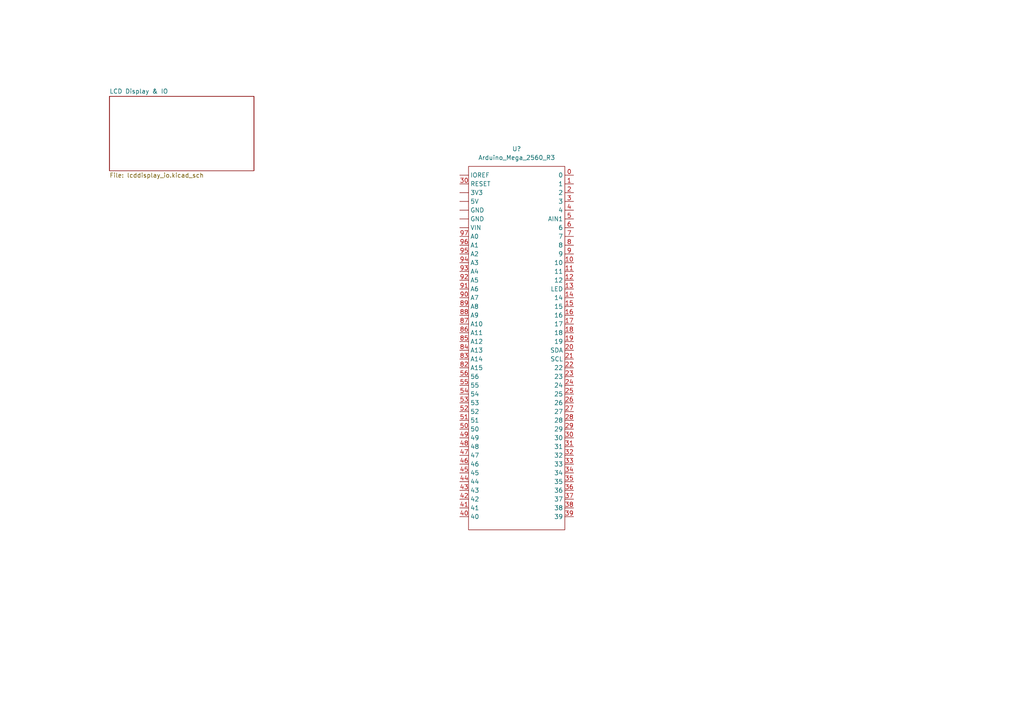
<source format=kicad_sch>
(kicad_sch (version 20211123) (generator eeschema)
  (paper "A4")
  (lib_symbols
    (symbol "atmega2560:Arduino_Mega_2560_R3"
      (property "Reference" "U" (at 0 -92.71 0))
      (property "Value" "Arduino_Mega_2560_R3" (at -3.81 15.24 0))
      (symbol "Arduino_Mega_2560_R3_0_0"
        (rectangle (start -13.97 13.97) (end 13.97 -91.44))
      )
      (symbol "Arduino_Mega_2560_R3_1_1"
        (pin power_out line (at -16.51 6.35 0) (length 2.54) (name "3V3") (number ""))
        (pin power_out line (at -16.51 3.81 0) (length 2.54) (name "5V") (number ""))
        (pin power_in line (at -16.51 -1.27 0) (length 2.54) (name "GND") (number ""))
        (pin power_in line (at -16.51 1.27 0) (length 2.54) (name "GND") (number ""))
        (pin output line (at -16.51 11.43 0) (length 2.54) (name "IOREF") (number ""))
        (pin power_in line (at -16.51 -3.81 0) (length 2.54) (name "VIN") (number ""))
        (pin bidirectional line (at 16.51 11.43 180) (length 2.54) (name "0") (number "0"))
        (pin bidirectional line (at 16.51 8.89 180) (length 2.54) (name "1") (number "1"))
        (pin bidirectional line (at 16.51 -13.97 180) (length 2.54) (name "10") (number "10"))
        (pin bidirectional line (at 16.51 -16.51 180) (length 2.54) (name "11") (number "11"))
        (pin bidirectional line (at 16.51 -19.05 180) (length 2.54) (name "12") (number "12"))
        (pin bidirectional line (at 16.51 -21.59 180) (length 2.54) (name "LED") (number "13"))
        (pin bidirectional line (at 16.51 -24.13 180) (length 2.54) (name "14") (number "14"))
        (pin bidirectional line (at 16.51 -26.67 180) (length 2.54) (name "15") (number "15"))
        (pin bidirectional line (at 16.51 -29.21 180) (length 2.54) (name "16") (number "16"))
        (pin bidirectional line (at 16.51 -31.75 180) (length 2.54) (name "17") (number "17"))
        (pin bidirectional line (at 16.51 -34.29 180) (length 2.54) (name "18") (number "18"))
        (pin bidirectional line (at 16.51 -36.83 180) (length 2.54) (name "19") (number "19"))
        (pin bidirectional line (at 16.51 6.35 180) (length 2.54) (name "2") (number "2"))
        (pin output line (at 16.51 -39.37 180) (length 2.54) (name "SDA") (number "20"))
        (pin output line (at 16.51 -41.91 180) (length 2.54) (name "SCL") (number "21"))
        (pin bidirectional line (at 16.51 -44.45 180) (length 2.54) (name "22") (number "22"))
        (pin bidirectional line (at 16.51 -46.99 180) (length 2.54) (name "23") (number "23"))
        (pin bidirectional line (at 16.51 -49.53 180) (length 2.54) (name "24") (number "24"))
        (pin bidirectional line (at 16.51 -52.07 180) (length 2.54) (name "25") (number "25"))
        (pin bidirectional line (at 16.51 -54.61 180) (length 2.54) (name "26") (number "26"))
        (pin bidirectional line (at 16.51 -57.15 180) (length 2.54) (name "27") (number "27"))
        (pin bidirectional line (at 16.51 -59.69 180) (length 2.54) (name "28") (number "28"))
        (pin bidirectional line (at 16.51 -62.23 180) (length 2.54) (name "29") (number "29"))
        (pin bidirectional line (at 16.51 3.81 180) (length 2.54) (name "3") (number "3"))
        (pin bidirectional line (at 16.51 -64.77 180) (length 2.54) (name "30") (number "30"))
        (pin input line (at -16.51 8.89 0) (length 2.54) (name "RESET") (number "30"))
        (pin bidirectional line (at 16.51 -67.31 180) (length 2.54) (name "31") (number "31"))
        (pin bidirectional line (at 16.51 -69.85 180) (length 2.54) (name "32") (number "32"))
        (pin bidirectional line (at 16.51 -72.39 180) (length 2.54) (name "33") (number "33"))
        (pin bidirectional line (at 16.51 -74.93 180) (length 2.54) (name "34") (number "34"))
        (pin bidirectional line (at 16.51 -77.47 180) (length 2.54) (name "35") (number "35"))
        (pin bidirectional line (at 16.51 -80.01 180) (length 2.54) (name "36") (number "36"))
        (pin bidirectional line (at 16.51 -82.55 180) (length 2.54) (name "37") (number "37"))
        (pin bidirectional line (at 16.51 -85.09 180) (length 2.54) (name "38") (number "38"))
        (pin bidirectional line (at 16.51 -87.63 180) (length 2.54) (name "39") (number "39"))
        (pin bidirectional line (at 16.51 1.27 180) (length 2.54) (name "4") (number "4"))
        (pin bidirectional line (at -16.51 -87.63 0) (length 2.54) (name "40") (number "40"))
        (pin bidirectional line (at -16.51 -85.09 0) (length 2.54) (name "41") (number "41"))
        (pin bidirectional line (at -16.51 -82.55 0) (length 2.54) (name "42") (number "42"))
        (pin bidirectional line (at -16.51 -80.01 0) (length 2.54) (name "43") (number "43"))
        (pin bidirectional line (at -16.51 -77.47 0) (length 2.54) (name "44") (number "44"))
        (pin bidirectional line (at -16.51 -74.93 0) (length 2.54) (name "45") (number "45"))
        (pin bidirectional line (at -16.51 -72.39 0) (length 2.54) (name "46") (number "46"))
        (pin bidirectional line (at -16.51 -69.85 0) (length 2.54) (name "47") (number "47"))
        (pin bidirectional line (at -16.51 -67.31 0) (length 2.54) (name "48") (number "48"))
        (pin bidirectional line (at -16.51 -64.77 0) (length 2.54) (name "49") (number "49"))
        (pin input line (at 16.51 -1.27 180) (length 2.54) (name "AIN1") (number "5"))
        (pin bidirectional line (at -16.51 -62.23 0) (length 2.54) (name "50") (number "50"))
        (pin bidirectional line (at -16.51 -59.69 0) (length 2.54) (name "51") (number "51"))
        (pin bidirectional line (at -16.51 -57.15 0) (length 2.54) (name "52") (number "52"))
        (pin bidirectional line (at -16.51 -54.61 0) (length 2.54) (name "53") (number "53"))
        (pin bidirectional line (at -16.51 -52.07 0) (length 2.54) (name "54") (number "54"))
        (pin bidirectional line (at -16.51 -49.53 0) (length 2.54) (name "55") (number "55"))
        (pin bidirectional line (at -16.51 -46.99 0) (length 2.54) (name "56") (number "56"))
        (pin bidirectional line (at 16.51 -3.81 180) (length 2.54) (name "6") (number "6"))
        (pin bidirectional line (at 16.51 -6.35 180) (length 2.54) (name "7") (number "7"))
        (pin bidirectional line (at 16.51 -8.89 180) (length 2.54) (name "8") (number "8"))
        (pin input line (at -16.51 -44.45 0) (length 2.54) (name "A15") (number "82"))
        (pin input line (at -16.51 -41.91 0) (length 2.54) (name "A14") (number "83"))
        (pin input line (at -16.51 -39.37 0) (length 2.54) (name "A13") (number "84"))
        (pin input line (at -16.51 -36.83 0) (length 2.54) (name "A12") (number "85"))
        (pin input line (at -16.51 -34.29 0) (length 2.54) (name "A11") (number "86"))
        (pin input line (at -16.51 -31.75 0) (length 2.54) (name "A10") (number "87"))
        (pin input line (at -16.51 -29.21 0) (length 2.54) (name "A9") (number "88"))
        (pin input line (at -16.51 -26.67 0) (length 2.54) (name "A8") (number "89"))
        (pin bidirectional line (at 16.51 -11.43 180) (length 2.54) (name "9") (number "9"))
        (pin input line (at -16.51 -24.13 0) (length 2.54) (name "A7") (number "90"))
        (pin input line (at -16.51 -21.59 0) (length 2.54) (name "A6") (number "91"))
        (pin input line (at -16.51 -19.05 0) (length 2.54) (name "A5") (number "92"))
        (pin input line (at -16.51 -16.51 0) (length 2.54) (name "A4") (number "93"))
        (pin input line (at -16.51 -13.97 0) (length 2.54) (name "A3") (number "94"))
        (pin input line (at -16.51 -11.43 0) (length 2.54) (name "A2") (number "95"))
        (pin input line (at -16.51 -8.89 0) (length 2.54) (name "A1") (number "96"))
        (pin input line (at -16.51 -6.35 0) (length 2.54) (name "A0") (number "97"))
      )
    )
  )
  (symbol (lib_id "atmega2560:Arduino_Mega_2560_R3") (at 149.86 62.23 0) (unit 1)
    (property "Reference" "U?" (at 149.86 43.18 0))
    (property "Value" "Arduino_Mega_2560_R3" (at 149.86 45.72 0))
  )
  (sheet (at 31.75 27.94) (size 41.91 21.59) (stroke (width 0.1524))
    (property "Sheet name" "LCD Display & IO" (at 31.75 27.2284 0) (effects (justify left bottom)))
    (property "Sheet file" "lcddisplay_io.kicad_sch" (at 31.75 50.1146 0) (effects (justify left top)))
  )
)
</source>
